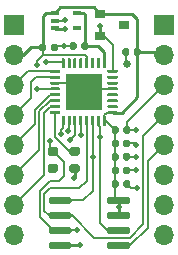
<source format=gbr>
%TF.GenerationSoftware,KiCad,Pcbnew,(5.1.6)-1*%
%TF.CreationDate,2020-10-19T07:42:52-05:00*%
%TF.ProjectId,ice30lp384_dev_board,69636533-306c-4703-9338-345f6465765f,rev?*%
%TF.SameCoordinates,Original*%
%TF.FileFunction,Copper,L1,Top*%
%TF.FilePolarity,Positive*%
%FSLAX46Y46*%
G04 Gerber Fmt 4.6, Leading zero omitted, Abs format (unit mm)*
G04 Created by KiCad (PCBNEW (5.1.6)-1) date 2020-10-19 07:42:52*
%MOMM*%
%LPD*%
G01*
G04 APERTURE LIST*
%TA.AperFunction,SMDPad,CuDef*%
%ADD10R,3.100000X3.100000*%
%TD*%
%TA.AperFunction,SMDPad,CuDef*%
%ADD11R,0.650000X0.400000*%
%TD*%
%TA.AperFunction,ComponentPad*%
%ADD12O,1.700000X1.700000*%
%TD*%
%TA.AperFunction,ComponentPad*%
%ADD13R,1.700000X1.700000*%
%TD*%
%TA.AperFunction,SMDPad,CuDef*%
%ADD14R,0.900000X0.800000*%
%TD*%
%TA.AperFunction,ViaPad*%
%ADD15C,0.508000*%
%TD*%
%TA.AperFunction,ViaPad*%
%ADD16C,0.635000*%
%TD*%
%TA.AperFunction,Conductor*%
%ADD17C,0.152400*%
%TD*%
%TA.AperFunction,Conductor*%
%ADD18C,0.203200*%
%TD*%
%TA.AperFunction,Conductor*%
%ADD19C,0.254000*%
%TD*%
G04 APERTURE END LIST*
%TO.P,C3,2*%
%TO.N,GND*%
%TA.AperFunction,SMDPad,CuDef*%
G36*
G01*
X115737000Y-50972500D02*
X115737000Y-50627500D01*
G75*
G02*
X115884500Y-50480000I147500J0D01*
G01*
X116179500Y-50480000D01*
G75*
G02*
X116327000Y-50627500I0J-147500D01*
G01*
X116327000Y-50972500D01*
G75*
G02*
X116179500Y-51120000I-147500J0D01*
G01*
X115884500Y-51120000D01*
G75*
G02*
X115737000Y-50972500I0J147500D01*
G01*
G37*
%TD.AperFunction*%
%TO.P,C3,1*%
%TO.N,+3V3*%
%TA.AperFunction,SMDPad,CuDef*%
G36*
G01*
X114767000Y-50972500D02*
X114767000Y-50627500D01*
G75*
G02*
X114914500Y-50480000I147500J0D01*
G01*
X115209500Y-50480000D01*
G75*
G02*
X115357000Y-50627500I0J-147500D01*
G01*
X115357000Y-50972500D01*
G75*
G02*
X115209500Y-51120000I-147500J0D01*
G01*
X114914500Y-51120000D01*
G75*
G02*
X114767000Y-50972500I0J147500D01*
G01*
G37*
%TD.AperFunction*%
%TD*%
%TO.P,C2,2*%
%TO.N,GND*%
%TA.AperFunction,SMDPad,CuDef*%
G36*
G01*
X117943000Y-50500500D02*
X117943000Y-50845500D01*
G75*
G02*
X117795500Y-50993000I-147500J0D01*
G01*
X117500500Y-50993000D01*
G75*
G02*
X117353000Y-50845500I0J147500D01*
G01*
X117353000Y-50500500D01*
G75*
G02*
X117500500Y-50353000I147500J0D01*
G01*
X117795500Y-50353000D01*
G75*
G02*
X117943000Y-50500500I0J-147500D01*
G01*
G37*
%TD.AperFunction*%
%TO.P,C2,1*%
%TO.N,+1V2*%
%TA.AperFunction,SMDPad,CuDef*%
G36*
G01*
X118913000Y-50500500D02*
X118913000Y-50845500D01*
G75*
G02*
X118765500Y-50993000I-147500J0D01*
G01*
X118470500Y-50993000D01*
G75*
G02*
X118323000Y-50845500I0J147500D01*
G01*
X118323000Y-50500500D01*
G75*
G02*
X118470500Y-50353000I147500J0D01*
G01*
X118765500Y-50353000D01*
G75*
G02*
X118913000Y-50500500I0J-147500D01*
G01*
G37*
%TD.AperFunction*%
%TD*%
%TO.P,C1,2*%
%TO.N,GND*%
%TA.AperFunction,SMDPad,CuDef*%
G36*
G01*
X122388000Y-51008500D02*
X122388000Y-51353500D01*
G75*
G02*
X122240500Y-51501000I-147500J0D01*
G01*
X121945500Y-51501000D01*
G75*
G02*
X121798000Y-51353500I0J147500D01*
G01*
X121798000Y-51008500D01*
G75*
G02*
X121945500Y-50861000I147500J0D01*
G01*
X122240500Y-50861000D01*
G75*
G02*
X122388000Y-51008500I0J-147500D01*
G01*
G37*
%TD.AperFunction*%
%TO.P,C1,1*%
%TO.N,+3V3*%
%TA.AperFunction,SMDPad,CuDef*%
G36*
G01*
X123358000Y-51008500D02*
X123358000Y-51353500D01*
G75*
G02*
X123210500Y-51501000I-147500J0D01*
G01*
X122915500Y-51501000D01*
G75*
G02*
X122768000Y-51353500I0J147500D01*
G01*
X122768000Y-51008500D01*
G75*
G02*
X122915500Y-50861000I147500J0D01*
G01*
X123210500Y-50861000D01*
G75*
G02*
X123358000Y-51008500I0J-147500D01*
G01*
G37*
%TD.AperFunction*%
%TD*%
%TO.P,R5,2*%
%TO.N,SCK*%
%TA.AperFunction,SMDPad,CuDef*%
G36*
G01*
X121879000Y-57957500D02*
X121879000Y-57612500D01*
G75*
G02*
X122026500Y-57465000I147500J0D01*
G01*
X122321500Y-57465000D01*
G75*
G02*
X122469000Y-57612500I0J-147500D01*
G01*
X122469000Y-57957500D01*
G75*
G02*
X122321500Y-58105000I-147500J0D01*
G01*
X122026500Y-58105000D01*
G75*
G02*
X121879000Y-57957500I0J147500D01*
G01*
G37*
%TD.AperFunction*%
%TO.P,R5,1*%
%TO.N,+3V3*%
%TA.AperFunction,SMDPad,CuDef*%
G36*
G01*
X120909000Y-57957500D02*
X120909000Y-57612500D01*
G75*
G02*
X121056500Y-57465000I147500J0D01*
G01*
X121351500Y-57465000D01*
G75*
G02*
X121499000Y-57612500I0J-147500D01*
G01*
X121499000Y-57957500D01*
G75*
G02*
X121351500Y-58105000I-147500J0D01*
G01*
X121056500Y-58105000D01*
G75*
G02*
X120909000Y-57957500I0J147500D01*
G01*
G37*
%TD.AperFunction*%
%TD*%
%TO.P,R4,2*%
%TO.N,MOSI*%
%TA.AperFunction,SMDPad,CuDef*%
G36*
G01*
X121879000Y-59100500D02*
X121879000Y-58755500D01*
G75*
G02*
X122026500Y-58608000I147500J0D01*
G01*
X122321500Y-58608000D01*
G75*
G02*
X122469000Y-58755500I0J-147500D01*
G01*
X122469000Y-59100500D01*
G75*
G02*
X122321500Y-59248000I-147500J0D01*
G01*
X122026500Y-59248000D01*
G75*
G02*
X121879000Y-59100500I0J147500D01*
G01*
G37*
%TD.AperFunction*%
%TO.P,R4,1*%
%TO.N,+3V3*%
%TA.AperFunction,SMDPad,CuDef*%
G36*
G01*
X120909000Y-59100500D02*
X120909000Y-58755500D01*
G75*
G02*
X121056500Y-58608000I147500J0D01*
G01*
X121351500Y-58608000D01*
G75*
G02*
X121499000Y-58755500I0J-147500D01*
G01*
X121499000Y-59100500D01*
G75*
G02*
X121351500Y-59248000I-147500J0D01*
G01*
X121056500Y-59248000D01*
G75*
G02*
X120909000Y-59100500I0J147500D01*
G01*
G37*
%TD.AperFunction*%
%TD*%
%TO.P,R3,2*%
%TO.N,CS0*%
%TA.AperFunction,SMDPad,CuDef*%
G36*
G01*
X121856000Y-60243500D02*
X121856000Y-59898500D01*
G75*
G02*
X122003500Y-59751000I147500J0D01*
G01*
X122298500Y-59751000D01*
G75*
G02*
X122446000Y-59898500I0J-147500D01*
G01*
X122446000Y-60243500D01*
G75*
G02*
X122298500Y-60391000I-147500J0D01*
G01*
X122003500Y-60391000D01*
G75*
G02*
X121856000Y-60243500I0J147500D01*
G01*
G37*
%TD.AperFunction*%
%TO.P,R3,1*%
%TO.N,+3V3*%
%TA.AperFunction,SMDPad,CuDef*%
G36*
G01*
X120886000Y-60243500D02*
X120886000Y-59898500D01*
G75*
G02*
X121033500Y-59751000I147500J0D01*
G01*
X121328500Y-59751000D01*
G75*
G02*
X121476000Y-59898500I0J-147500D01*
G01*
X121476000Y-60243500D01*
G75*
G02*
X121328500Y-60391000I-147500J0D01*
G01*
X121033500Y-60391000D01*
G75*
G02*
X120886000Y-60243500I0J147500D01*
G01*
G37*
%TD.AperFunction*%
%TD*%
%TO.P,R2,2*%
%TO.N,CDONE*%
%TA.AperFunction,SMDPad,CuDef*%
G36*
G01*
X121879000Y-62529500D02*
X121879000Y-62184500D01*
G75*
G02*
X122026500Y-62037000I147500J0D01*
G01*
X122321500Y-62037000D01*
G75*
G02*
X122469000Y-62184500I0J-147500D01*
G01*
X122469000Y-62529500D01*
G75*
G02*
X122321500Y-62677000I-147500J0D01*
G01*
X122026500Y-62677000D01*
G75*
G02*
X121879000Y-62529500I0J147500D01*
G01*
G37*
%TD.AperFunction*%
%TO.P,R2,1*%
%TO.N,+3V3*%
%TA.AperFunction,SMDPad,CuDef*%
G36*
G01*
X120909000Y-62529500D02*
X120909000Y-62184500D01*
G75*
G02*
X121056500Y-62037000I147500J0D01*
G01*
X121351500Y-62037000D01*
G75*
G02*
X121499000Y-62184500I0J-147500D01*
G01*
X121499000Y-62529500D01*
G75*
G02*
X121351500Y-62677000I-147500J0D01*
G01*
X121056500Y-62677000D01*
G75*
G02*
X120909000Y-62529500I0J147500D01*
G01*
G37*
%TD.AperFunction*%
%TD*%
%TO.P,R1,2*%
%TO.N,CRESET*%
%TA.AperFunction,SMDPad,CuDef*%
G36*
G01*
X121879000Y-61386500D02*
X121879000Y-61041500D01*
G75*
G02*
X122026500Y-60894000I147500J0D01*
G01*
X122321500Y-60894000D01*
G75*
G02*
X122469000Y-61041500I0J-147500D01*
G01*
X122469000Y-61386500D01*
G75*
G02*
X122321500Y-61534000I-147500J0D01*
G01*
X122026500Y-61534000D01*
G75*
G02*
X121879000Y-61386500I0J147500D01*
G01*
G37*
%TD.AperFunction*%
%TO.P,R1,1*%
%TO.N,+3V3*%
%TA.AperFunction,SMDPad,CuDef*%
G36*
G01*
X120909000Y-61386500D02*
X120909000Y-61041500D01*
G75*
G02*
X121056500Y-60894000I147500J0D01*
G01*
X121351500Y-60894000D01*
G75*
G02*
X121499000Y-61041500I0J-147500D01*
G01*
X121499000Y-61386500D01*
G75*
G02*
X121351500Y-61534000I-147500J0D01*
G01*
X121056500Y-61534000D01*
G75*
G02*
X120909000Y-61386500I0J147500D01*
G01*
G37*
%TD.AperFunction*%
%TD*%
%TO.P,U4,8*%
%TO.N,+3V3*%
%TA.AperFunction,SMDPad,CuDef*%
G36*
G01*
X120499000Y-63904000D02*
X120499000Y-63604000D01*
G75*
G02*
X120649000Y-63454000I150000J0D01*
G01*
X122299000Y-63454000D01*
G75*
G02*
X122449000Y-63604000I0J-150000D01*
G01*
X122449000Y-63904000D01*
G75*
G02*
X122299000Y-64054000I-150000J0D01*
G01*
X120649000Y-64054000D01*
G75*
G02*
X120499000Y-63904000I0J150000D01*
G01*
G37*
%TD.AperFunction*%
%TO.P,U4,7*%
%TA.AperFunction,SMDPad,CuDef*%
G36*
G01*
X120499000Y-65174000D02*
X120499000Y-64874000D01*
G75*
G02*
X120649000Y-64724000I150000J0D01*
G01*
X122299000Y-64724000D01*
G75*
G02*
X122449000Y-64874000I0J-150000D01*
G01*
X122449000Y-65174000D01*
G75*
G02*
X122299000Y-65324000I-150000J0D01*
G01*
X120649000Y-65324000D01*
G75*
G02*
X120499000Y-65174000I0J150000D01*
G01*
G37*
%TD.AperFunction*%
%TO.P,U4,6*%
%TO.N,SCK*%
%TA.AperFunction,SMDPad,CuDef*%
G36*
G01*
X120499000Y-66444000D02*
X120499000Y-66144000D01*
G75*
G02*
X120649000Y-65994000I150000J0D01*
G01*
X122299000Y-65994000D01*
G75*
G02*
X122449000Y-66144000I0J-150000D01*
G01*
X122449000Y-66444000D01*
G75*
G02*
X122299000Y-66594000I-150000J0D01*
G01*
X120649000Y-66594000D01*
G75*
G02*
X120499000Y-66444000I0J150000D01*
G01*
G37*
%TD.AperFunction*%
%TO.P,U4,5*%
%TO.N,MOSI*%
%TA.AperFunction,SMDPad,CuDef*%
G36*
G01*
X120499000Y-67714000D02*
X120499000Y-67414000D01*
G75*
G02*
X120649000Y-67264000I150000J0D01*
G01*
X122299000Y-67264000D01*
G75*
G02*
X122449000Y-67414000I0J-150000D01*
G01*
X122449000Y-67714000D01*
G75*
G02*
X122299000Y-67864000I-150000J0D01*
G01*
X120649000Y-67864000D01*
G75*
G02*
X120499000Y-67714000I0J150000D01*
G01*
G37*
%TD.AperFunction*%
%TO.P,U4,4*%
%TO.N,GND*%
%TA.AperFunction,SMDPad,CuDef*%
G36*
G01*
X115549000Y-67714000D02*
X115549000Y-67414000D01*
G75*
G02*
X115699000Y-67264000I150000J0D01*
G01*
X117349000Y-67264000D01*
G75*
G02*
X117499000Y-67414000I0J-150000D01*
G01*
X117499000Y-67714000D01*
G75*
G02*
X117349000Y-67864000I-150000J0D01*
G01*
X115699000Y-67864000D01*
G75*
G02*
X115549000Y-67714000I0J150000D01*
G01*
G37*
%TD.AperFunction*%
%TO.P,U4,3*%
%TO.N,+3V3*%
%TA.AperFunction,SMDPad,CuDef*%
G36*
G01*
X115549000Y-66444000D02*
X115549000Y-66144000D01*
G75*
G02*
X115699000Y-65994000I150000J0D01*
G01*
X117349000Y-65994000D01*
G75*
G02*
X117499000Y-66144000I0J-150000D01*
G01*
X117499000Y-66444000D01*
G75*
G02*
X117349000Y-66594000I-150000J0D01*
G01*
X115699000Y-66594000D01*
G75*
G02*
X115549000Y-66444000I0J150000D01*
G01*
G37*
%TD.AperFunction*%
%TO.P,U4,2*%
%TO.N,MISO*%
%TA.AperFunction,SMDPad,CuDef*%
G36*
G01*
X115549000Y-65174000D02*
X115549000Y-64874000D01*
G75*
G02*
X115699000Y-64724000I150000J0D01*
G01*
X117349000Y-64724000D01*
G75*
G02*
X117499000Y-64874000I0J-150000D01*
G01*
X117499000Y-65174000D01*
G75*
G02*
X117349000Y-65324000I-150000J0D01*
G01*
X115699000Y-65324000D01*
G75*
G02*
X115549000Y-65174000I0J150000D01*
G01*
G37*
%TD.AperFunction*%
%TO.P,U4,1*%
%TO.N,CS0*%
%TA.AperFunction,SMDPad,CuDef*%
G36*
G01*
X115549000Y-63904000D02*
X115549000Y-63604000D01*
G75*
G02*
X115699000Y-63454000I150000J0D01*
G01*
X117349000Y-63454000D01*
G75*
G02*
X117499000Y-63604000I0J-150000D01*
G01*
X117499000Y-63904000D01*
G75*
G02*
X117349000Y-64054000I-150000J0D01*
G01*
X115699000Y-64054000D01*
G75*
G02*
X115549000Y-63904000I0J150000D01*
G01*
G37*
%TD.AperFunction*%
%TD*%
D10*
%TO.P,U3,33*%
%TO.N,GND*%
X118534000Y-54570000D03*
%TO.P,U3,32*%
%TO.N,Net-(J1-Pad8)*%
%TA.AperFunction,SMDPad,CuDef*%
G36*
G01*
X116659000Y-52507500D02*
X116659000Y-51757500D01*
G75*
G02*
X116721500Y-51695000I62500J0D01*
G01*
X116846500Y-51695000D01*
G75*
G02*
X116909000Y-51757500I0J-62500D01*
G01*
X116909000Y-52507500D01*
G75*
G02*
X116846500Y-52570000I-62500J0D01*
G01*
X116721500Y-52570000D01*
G75*
G02*
X116659000Y-52507500I0J62500D01*
G01*
G37*
%TD.AperFunction*%
%TO.P,U3,31*%
%TO.N,N/C*%
%TA.AperFunction,SMDPad,CuDef*%
G36*
G01*
X117159000Y-52507500D02*
X117159000Y-51757500D01*
G75*
G02*
X117221500Y-51695000I62500J0D01*
G01*
X117346500Y-51695000D01*
G75*
G02*
X117409000Y-51757500I0J-62500D01*
G01*
X117409000Y-52507500D01*
G75*
G02*
X117346500Y-52570000I-62500J0D01*
G01*
X117221500Y-52570000D01*
G75*
G02*
X117159000Y-52507500I0J62500D01*
G01*
G37*
%TD.AperFunction*%
%TO.P,U3,30*%
%TA.AperFunction,SMDPad,CuDef*%
G36*
G01*
X117659000Y-52507500D02*
X117659000Y-51757500D01*
G75*
G02*
X117721500Y-51695000I62500J0D01*
G01*
X117846500Y-51695000D01*
G75*
G02*
X117909000Y-51757500I0J-62500D01*
G01*
X117909000Y-52507500D01*
G75*
G02*
X117846500Y-52570000I-62500J0D01*
G01*
X117721500Y-52570000D01*
G75*
G02*
X117659000Y-52507500I0J62500D01*
G01*
G37*
%TD.AperFunction*%
%TO.P,U3,29*%
%TA.AperFunction,SMDPad,CuDef*%
G36*
G01*
X118159000Y-52507500D02*
X118159000Y-51757500D01*
G75*
G02*
X118221500Y-51695000I62500J0D01*
G01*
X118346500Y-51695000D01*
G75*
G02*
X118409000Y-51757500I0J-62500D01*
G01*
X118409000Y-52507500D01*
G75*
G02*
X118346500Y-52570000I-62500J0D01*
G01*
X118221500Y-52570000D01*
G75*
G02*
X118159000Y-52507500I0J62500D01*
G01*
G37*
%TD.AperFunction*%
%TO.P,U3,28*%
%TO.N,+3V3*%
%TA.AperFunction,SMDPad,CuDef*%
G36*
G01*
X118659000Y-52507500D02*
X118659000Y-51757500D01*
G75*
G02*
X118721500Y-51695000I62500J0D01*
G01*
X118846500Y-51695000D01*
G75*
G02*
X118909000Y-51757500I0J-62500D01*
G01*
X118909000Y-52507500D01*
G75*
G02*
X118846500Y-52570000I-62500J0D01*
G01*
X118721500Y-52570000D01*
G75*
G02*
X118659000Y-52507500I0J62500D01*
G01*
G37*
%TD.AperFunction*%
%TO.P,U3,27*%
%TO.N,N/C*%
%TA.AperFunction,SMDPad,CuDef*%
G36*
G01*
X119159000Y-52507500D02*
X119159000Y-51757500D01*
G75*
G02*
X119221500Y-51695000I62500J0D01*
G01*
X119346500Y-51695000D01*
G75*
G02*
X119409000Y-51757500I0J-62500D01*
G01*
X119409000Y-52507500D01*
G75*
G02*
X119346500Y-52570000I-62500J0D01*
G01*
X119221500Y-52570000D01*
G75*
G02*
X119159000Y-52507500I0J62500D01*
G01*
G37*
%TD.AperFunction*%
%TO.P,U3,26*%
%TA.AperFunction,SMDPad,CuDef*%
G36*
G01*
X119659000Y-52507500D02*
X119659000Y-51757500D01*
G75*
G02*
X119721500Y-51695000I62500J0D01*
G01*
X119846500Y-51695000D01*
G75*
G02*
X119909000Y-51757500I0J-62500D01*
G01*
X119909000Y-52507500D01*
G75*
G02*
X119846500Y-52570000I-62500J0D01*
G01*
X119721500Y-52570000D01*
G75*
G02*
X119659000Y-52507500I0J62500D01*
G01*
G37*
%TD.AperFunction*%
%TO.P,U3,25*%
%TO.N,+1V2*%
%TA.AperFunction,SMDPad,CuDef*%
G36*
G01*
X120159000Y-52507500D02*
X120159000Y-51757500D01*
G75*
G02*
X120221500Y-51695000I62500J0D01*
G01*
X120346500Y-51695000D01*
G75*
G02*
X120409000Y-51757500I0J-62500D01*
G01*
X120409000Y-52507500D01*
G75*
G02*
X120346500Y-52570000I-62500J0D01*
G01*
X120221500Y-52570000D01*
G75*
G02*
X120159000Y-52507500I0J62500D01*
G01*
G37*
%TD.AperFunction*%
%TO.P,U3,24*%
%TO.N,+2V5*%
%TA.AperFunction,SMDPad,CuDef*%
G36*
G01*
X120534000Y-52882500D02*
X120534000Y-52757500D01*
G75*
G02*
X120596500Y-52695000I62500J0D01*
G01*
X121346500Y-52695000D01*
G75*
G02*
X121409000Y-52757500I0J-62500D01*
G01*
X121409000Y-52882500D01*
G75*
G02*
X121346500Y-52945000I-62500J0D01*
G01*
X120596500Y-52945000D01*
G75*
G02*
X120534000Y-52882500I0J62500D01*
G01*
G37*
%TD.AperFunction*%
%TO.P,U3,23*%
%TO.N,N/C*%
%TA.AperFunction,SMDPad,CuDef*%
G36*
G01*
X120534000Y-53382500D02*
X120534000Y-53257500D01*
G75*
G02*
X120596500Y-53195000I62500J0D01*
G01*
X121346500Y-53195000D01*
G75*
G02*
X121409000Y-53257500I0J-62500D01*
G01*
X121409000Y-53382500D01*
G75*
G02*
X121346500Y-53445000I-62500J0D01*
G01*
X120596500Y-53445000D01*
G75*
G02*
X120534000Y-53382500I0J62500D01*
G01*
G37*
%TD.AperFunction*%
%TO.P,U3,22*%
%TA.AperFunction,SMDPad,CuDef*%
G36*
G01*
X120534000Y-53882500D02*
X120534000Y-53757500D01*
G75*
G02*
X120596500Y-53695000I62500J0D01*
G01*
X121346500Y-53695000D01*
G75*
G02*
X121409000Y-53757500I0J-62500D01*
G01*
X121409000Y-53882500D01*
G75*
G02*
X121346500Y-53945000I-62500J0D01*
G01*
X120596500Y-53945000D01*
G75*
G02*
X120534000Y-53882500I0J62500D01*
G01*
G37*
%TD.AperFunction*%
%TO.P,U3,21*%
%TO.N,GND*%
%TA.AperFunction,SMDPad,CuDef*%
G36*
G01*
X120534000Y-54382500D02*
X120534000Y-54257500D01*
G75*
G02*
X120596500Y-54195000I62500J0D01*
G01*
X121346500Y-54195000D01*
G75*
G02*
X121409000Y-54257500I0J-62500D01*
G01*
X121409000Y-54382500D01*
G75*
G02*
X121346500Y-54445000I-62500J0D01*
G01*
X120596500Y-54445000D01*
G75*
G02*
X120534000Y-54382500I0J62500D01*
G01*
G37*
%TD.AperFunction*%
%TO.P,U3,20*%
%TO.N,N/C*%
%TA.AperFunction,SMDPad,CuDef*%
G36*
G01*
X120534000Y-54882500D02*
X120534000Y-54757500D01*
G75*
G02*
X120596500Y-54695000I62500J0D01*
G01*
X121346500Y-54695000D01*
G75*
G02*
X121409000Y-54757500I0J-62500D01*
G01*
X121409000Y-54882500D01*
G75*
G02*
X121346500Y-54945000I-62500J0D01*
G01*
X120596500Y-54945000D01*
G75*
G02*
X120534000Y-54882500I0J62500D01*
G01*
G37*
%TD.AperFunction*%
%TO.P,U3,19*%
%TA.AperFunction,SMDPad,CuDef*%
G36*
G01*
X120534000Y-55382500D02*
X120534000Y-55257500D01*
G75*
G02*
X120596500Y-55195000I62500J0D01*
G01*
X121346500Y-55195000D01*
G75*
G02*
X121409000Y-55257500I0J-62500D01*
G01*
X121409000Y-55382500D01*
G75*
G02*
X121346500Y-55445000I-62500J0D01*
G01*
X120596500Y-55445000D01*
G75*
G02*
X120534000Y-55382500I0J62500D01*
G01*
G37*
%TD.AperFunction*%
%TO.P,U3,18*%
%TA.AperFunction,SMDPad,CuDef*%
G36*
G01*
X120534000Y-55882500D02*
X120534000Y-55757500D01*
G75*
G02*
X120596500Y-55695000I62500J0D01*
G01*
X121346500Y-55695000D01*
G75*
G02*
X121409000Y-55757500I0J-62500D01*
G01*
X121409000Y-55882500D01*
G75*
G02*
X121346500Y-55945000I-62500J0D01*
G01*
X120596500Y-55945000D01*
G75*
G02*
X120534000Y-55882500I0J62500D01*
G01*
G37*
%TD.AperFunction*%
%TO.P,U3,17*%
%TO.N,+3V3*%
%TA.AperFunction,SMDPad,CuDef*%
G36*
G01*
X120534000Y-56382500D02*
X120534000Y-56257500D01*
G75*
G02*
X120596500Y-56195000I62500J0D01*
G01*
X121346500Y-56195000D01*
G75*
G02*
X121409000Y-56257500I0J-62500D01*
G01*
X121409000Y-56382500D01*
G75*
G02*
X121346500Y-56445000I-62500J0D01*
G01*
X120596500Y-56445000D01*
G75*
G02*
X120534000Y-56382500I0J62500D01*
G01*
G37*
%TD.AperFunction*%
%TO.P,U3,16*%
%TA.AperFunction,SMDPad,CuDef*%
G36*
G01*
X120159000Y-57382500D02*
X120159000Y-56632500D01*
G75*
G02*
X120221500Y-56570000I62500J0D01*
G01*
X120346500Y-56570000D01*
G75*
G02*
X120409000Y-56632500I0J-62500D01*
G01*
X120409000Y-57382500D01*
G75*
G02*
X120346500Y-57445000I-62500J0D01*
G01*
X120221500Y-57445000D01*
G75*
G02*
X120159000Y-57382500I0J62500D01*
G01*
G37*
%TD.AperFunction*%
%TO.P,U3,15*%
%TO.N,SCK*%
%TA.AperFunction,SMDPad,CuDef*%
G36*
G01*
X119659000Y-57382500D02*
X119659000Y-56632500D01*
G75*
G02*
X119721500Y-56570000I62500J0D01*
G01*
X119846500Y-56570000D01*
G75*
G02*
X119909000Y-56632500I0J-62500D01*
G01*
X119909000Y-57382500D01*
G75*
G02*
X119846500Y-57445000I-62500J0D01*
G01*
X119721500Y-57445000D01*
G75*
G02*
X119659000Y-57382500I0J62500D01*
G01*
G37*
%TD.AperFunction*%
%TO.P,U3,14*%
%TO.N,CS0*%
%TA.AperFunction,SMDPad,CuDef*%
G36*
G01*
X119159000Y-57382500D02*
X119159000Y-56632500D01*
G75*
G02*
X119221500Y-56570000I62500J0D01*
G01*
X119346500Y-56570000D01*
G75*
G02*
X119409000Y-56632500I0J-62500D01*
G01*
X119409000Y-57382500D01*
G75*
G02*
X119346500Y-57445000I-62500J0D01*
G01*
X119221500Y-57445000D01*
G75*
G02*
X119159000Y-57382500I0J62500D01*
G01*
G37*
%TD.AperFunction*%
%TO.P,U3,13*%
%TO.N,MISO*%
%TA.AperFunction,SMDPad,CuDef*%
G36*
G01*
X118659000Y-57382500D02*
X118659000Y-56632500D01*
G75*
G02*
X118721500Y-56570000I62500J0D01*
G01*
X118846500Y-56570000D01*
G75*
G02*
X118909000Y-56632500I0J-62500D01*
G01*
X118909000Y-57382500D01*
G75*
G02*
X118846500Y-57445000I-62500J0D01*
G01*
X118721500Y-57445000D01*
G75*
G02*
X118659000Y-57382500I0J62500D01*
G01*
G37*
%TD.AperFunction*%
%TO.P,U3,12*%
%TO.N,MOSI*%
%TA.AperFunction,SMDPad,CuDef*%
G36*
G01*
X118159000Y-57382500D02*
X118159000Y-56632500D01*
G75*
G02*
X118221500Y-56570000I62500J0D01*
G01*
X118346500Y-56570000D01*
G75*
G02*
X118409000Y-56632500I0J-62500D01*
G01*
X118409000Y-57382500D01*
G75*
G02*
X118346500Y-57445000I-62500J0D01*
G01*
X118221500Y-57445000D01*
G75*
G02*
X118159000Y-57382500I0J62500D01*
G01*
G37*
%TD.AperFunction*%
%TO.P,U3,11*%
%TO.N,CDONE*%
%TA.AperFunction,SMDPad,CuDef*%
G36*
G01*
X117659000Y-57382500D02*
X117659000Y-56632500D01*
G75*
G02*
X117721500Y-56570000I62500J0D01*
G01*
X117846500Y-56570000D01*
G75*
G02*
X117909000Y-56632500I0J-62500D01*
G01*
X117909000Y-57382500D01*
G75*
G02*
X117846500Y-57445000I-62500J0D01*
G01*
X117721500Y-57445000D01*
G75*
G02*
X117659000Y-57382500I0J62500D01*
G01*
G37*
%TD.AperFunction*%
%TO.P,U3,10*%
%TO.N,CRESET*%
%TA.AperFunction,SMDPad,CuDef*%
G36*
G01*
X117159000Y-57382500D02*
X117159000Y-56632500D01*
G75*
G02*
X117221500Y-56570000I62500J0D01*
G01*
X117346500Y-56570000D01*
G75*
G02*
X117409000Y-56632500I0J-62500D01*
G01*
X117409000Y-57382500D01*
G75*
G02*
X117346500Y-57445000I-62500J0D01*
G01*
X117221500Y-57445000D01*
G75*
G02*
X117159000Y-57382500I0J62500D01*
G01*
G37*
%TD.AperFunction*%
%TO.P,U3,9*%
%TO.N,+3V3*%
%TA.AperFunction,SMDPad,CuDef*%
G36*
G01*
X116659000Y-57382500D02*
X116659000Y-56632500D01*
G75*
G02*
X116721500Y-56570000I62500J0D01*
G01*
X116846500Y-56570000D01*
G75*
G02*
X116909000Y-56632500I0J-62500D01*
G01*
X116909000Y-57382500D01*
G75*
G02*
X116846500Y-57445000I-62500J0D01*
G01*
X116721500Y-57445000D01*
G75*
G02*
X116659000Y-57382500I0J62500D01*
G01*
G37*
%TD.AperFunction*%
%TO.P,U3,8*%
%TO.N,CLK*%
%TA.AperFunction,SMDPad,CuDef*%
G36*
G01*
X115659000Y-56382500D02*
X115659000Y-56257500D01*
G75*
G02*
X115721500Y-56195000I62500J0D01*
G01*
X116471500Y-56195000D01*
G75*
G02*
X116534000Y-56257500I0J-62500D01*
G01*
X116534000Y-56382500D01*
G75*
G02*
X116471500Y-56445000I-62500J0D01*
G01*
X115721500Y-56445000D01*
G75*
G02*
X115659000Y-56382500I0J62500D01*
G01*
G37*
%TD.AperFunction*%
%TO.P,U3,7*%
%TO.N,Net-(J1-Pad7)*%
%TA.AperFunction,SMDPad,CuDef*%
G36*
G01*
X115659000Y-55882500D02*
X115659000Y-55757500D01*
G75*
G02*
X115721500Y-55695000I62500J0D01*
G01*
X116471500Y-55695000D01*
G75*
G02*
X116534000Y-55757500I0J-62500D01*
G01*
X116534000Y-55882500D01*
G75*
G02*
X116471500Y-55945000I-62500J0D01*
G01*
X115721500Y-55945000D01*
G75*
G02*
X115659000Y-55882500I0J62500D01*
G01*
G37*
%TD.AperFunction*%
%TO.P,U3,6*%
%TO.N,Net-(J1-Pad6)*%
%TA.AperFunction,SMDPad,CuDef*%
G36*
G01*
X115659000Y-55382500D02*
X115659000Y-55257500D01*
G75*
G02*
X115721500Y-55195000I62500J0D01*
G01*
X116471500Y-55195000D01*
G75*
G02*
X116534000Y-55257500I0J-62500D01*
G01*
X116534000Y-55382500D01*
G75*
G02*
X116471500Y-55445000I-62500J0D01*
G01*
X115721500Y-55445000D01*
G75*
G02*
X115659000Y-55382500I0J62500D01*
G01*
G37*
%TD.AperFunction*%
%TO.P,U3,5*%
%TO.N,Net-(J1-Pad5)*%
%TA.AperFunction,SMDPad,CuDef*%
G36*
G01*
X115659000Y-54882500D02*
X115659000Y-54757500D01*
G75*
G02*
X115721500Y-54695000I62500J0D01*
G01*
X116471500Y-54695000D01*
G75*
G02*
X116534000Y-54757500I0J-62500D01*
G01*
X116534000Y-54882500D01*
G75*
G02*
X116471500Y-54945000I-62500J0D01*
G01*
X115721500Y-54945000D01*
G75*
G02*
X115659000Y-54882500I0J62500D01*
G01*
G37*
%TD.AperFunction*%
%TO.P,U3,4*%
%TO.N,+3V3*%
%TA.AperFunction,SMDPad,CuDef*%
G36*
G01*
X115659000Y-54382500D02*
X115659000Y-54257500D01*
G75*
G02*
X115721500Y-54195000I62500J0D01*
G01*
X116471500Y-54195000D01*
G75*
G02*
X116534000Y-54257500I0J-62500D01*
G01*
X116534000Y-54382500D01*
G75*
G02*
X116471500Y-54445000I-62500J0D01*
G01*
X115721500Y-54445000D01*
G75*
G02*
X115659000Y-54382500I0J62500D01*
G01*
G37*
%TD.AperFunction*%
%TO.P,U3,3*%
%TO.N,GND*%
%TA.AperFunction,SMDPad,CuDef*%
G36*
G01*
X115659000Y-53882500D02*
X115659000Y-53757500D01*
G75*
G02*
X115721500Y-53695000I62500J0D01*
G01*
X116471500Y-53695000D01*
G75*
G02*
X116534000Y-53757500I0J-62500D01*
G01*
X116534000Y-53882500D01*
G75*
G02*
X116471500Y-53945000I-62500J0D01*
G01*
X115721500Y-53945000D01*
G75*
G02*
X115659000Y-53882500I0J62500D01*
G01*
G37*
%TD.AperFunction*%
%TO.P,U3,2*%
%TO.N,Net-(J1-Pad4)*%
%TA.AperFunction,SMDPad,CuDef*%
G36*
G01*
X115659000Y-53382500D02*
X115659000Y-53257500D01*
G75*
G02*
X115721500Y-53195000I62500J0D01*
G01*
X116471500Y-53195000D01*
G75*
G02*
X116534000Y-53257500I0J-62500D01*
G01*
X116534000Y-53382500D01*
G75*
G02*
X116471500Y-53445000I-62500J0D01*
G01*
X115721500Y-53445000D01*
G75*
G02*
X115659000Y-53382500I0J62500D01*
G01*
G37*
%TD.AperFunction*%
%TO.P,U3,1*%
%TO.N,Net-(J1-Pad3)*%
%TA.AperFunction,SMDPad,CuDef*%
G36*
G01*
X115659000Y-52882500D02*
X115659000Y-52757500D01*
G75*
G02*
X115721500Y-52695000I62500J0D01*
G01*
X116471500Y-52695000D01*
G75*
G02*
X116534000Y-52757500I0J-62500D01*
G01*
X116534000Y-52882500D01*
G75*
G02*
X116471500Y-52945000I-62500J0D01*
G01*
X115721500Y-52945000D01*
G75*
G02*
X115659000Y-52882500I0J62500D01*
G01*
G37*
%TD.AperFunction*%
%TD*%
%TO.P,U2,3*%
%TO.N,CLK*%
%TA.AperFunction,SMDPad,CuDef*%
G36*
G01*
X118015000Y-60000000D02*
X117515000Y-60000000D01*
G75*
G02*
X117315000Y-59800000I0J200000D01*
G01*
X117315000Y-59400000D01*
G75*
G02*
X117515000Y-59200000I200000J0D01*
G01*
X118015000Y-59200000D01*
G75*
G02*
X118215000Y-59400000I0J-200000D01*
G01*
X118215000Y-59800000D01*
G75*
G02*
X118015000Y-60000000I-200000J0D01*
G01*
G37*
%TD.AperFunction*%
%TO.P,U2,2*%
%TO.N,GND*%
%TA.AperFunction,SMDPad,CuDef*%
G36*
G01*
X118015000Y-61450000D02*
X117515000Y-61450000D01*
G75*
G02*
X117315000Y-61250000I0J200000D01*
G01*
X117315000Y-60850000D01*
G75*
G02*
X117515000Y-60650000I200000J0D01*
G01*
X118015000Y-60650000D01*
G75*
G02*
X118215000Y-60850000I0J-200000D01*
G01*
X118215000Y-61250000D01*
G75*
G02*
X118015000Y-61450000I-200000J0D01*
G01*
G37*
%TD.AperFunction*%
%TO.P,U2,4*%
%TO.N,+3V3*%
%TA.AperFunction,SMDPad,CuDef*%
G36*
G01*
X116165000Y-60000000D02*
X115665000Y-60000000D01*
G75*
G02*
X115465000Y-59800000I0J200000D01*
G01*
X115465000Y-59400000D01*
G75*
G02*
X115665000Y-59200000I200000J0D01*
G01*
X116165000Y-59200000D01*
G75*
G02*
X116365000Y-59400000I0J-200000D01*
G01*
X116365000Y-59800000D01*
G75*
G02*
X116165000Y-60000000I-200000J0D01*
G01*
G37*
%TD.AperFunction*%
%TO.P,U2,1*%
%TO.N,N/C*%
%TA.AperFunction,SMDPad,CuDef*%
G36*
G01*
X116165000Y-61450000D02*
X115665000Y-61450000D01*
G75*
G02*
X115465000Y-61250000I0J200000D01*
G01*
X115465000Y-60850000D01*
G75*
G02*
X115665000Y-60650000I200000J0D01*
G01*
X116165000Y-60650000D01*
G75*
G02*
X116365000Y-60850000I0J-200000D01*
G01*
X116365000Y-61250000D01*
G75*
G02*
X116165000Y-61450000I-200000J0D01*
G01*
G37*
%TD.AperFunction*%
%TD*%
D11*
%TO.P,U1,5*%
%TO.N,+1V2*%
X117983000Y-47879000D03*
%TO.P,U1,4*%
%TO.N,N/C*%
X117983000Y-49179000D03*
%TO.P,U1,2*%
%TO.N,GND*%
X116083000Y-48529000D03*
%TO.P,U1,3*%
%TO.N,+2V5*%
X116083000Y-49179000D03*
%TO.P,U1,1*%
%TO.N,+3V3*%
X116083000Y-47879000D03*
%TD*%
D12*
%TO.P,J2,8*%
%TO.N,CDONE*%
X125349000Y-66675000D03*
%TO.P,J2,7*%
%TO.N,CRESET*%
X125349000Y-64135000D03*
%TO.P,J2,6*%
%TO.N,CS0*%
X125349000Y-61595000D03*
%TO.P,J2,5*%
%TO.N,MOSI*%
X125349000Y-59055000D03*
%TO.P,J2,4*%
%TO.N,MISO*%
X125349000Y-56515000D03*
%TO.P,J2,3*%
%TO.N,SCK*%
X125349000Y-53975000D03*
%TO.P,J2,2*%
%TO.N,+3V3*%
X125349000Y-51435000D03*
D13*
%TO.P,J2,1*%
%TO.N,GND*%
X125349000Y-48895000D03*
%TD*%
D12*
%TO.P,J1,8*%
%TO.N,Net-(J1-Pad8)*%
X112649000Y-66675000D03*
%TO.P,J1,7*%
%TO.N,Net-(J1-Pad7)*%
X112649000Y-64135000D03*
%TO.P,J1,6*%
%TO.N,Net-(J1-Pad6)*%
X112649000Y-61595000D03*
%TO.P,J1,5*%
%TO.N,Net-(J1-Pad5)*%
X112649000Y-59055000D03*
%TO.P,J1,4*%
%TO.N,Net-(J1-Pad4)*%
X112649000Y-56515000D03*
%TO.P,J1,3*%
%TO.N,Net-(J1-Pad3)*%
X112649000Y-53975000D03*
%TO.P,J1,2*%
%TO.N,+3V3*%
X112649000Y-51435000D03*
D13*
%TO.P,J1,1*%
%TO.N,GND*%
X112649000Y-48895000D03*
%TD*%
D14*
%TO.P,D1,3*%
%TO.N,N/C*%
X121920000Y-48895000D03*
%TO.P,D1,2*%
%TO.N,+2V5*%
X119920000Y-49845000D03*
%TO.P,D1,1*%
%TO.N,+3V3*%
X119920000Y-47945000D03*
%TD*%
D15*
%TO.N,GND*%
X116840000Y-50673000D03*
X116967000Y-48514000D03*
X118237000Y-67564000D03*
X117729000Y-61849000D03*
D16*
X118534000Y-54570000D03*
X122174000Y-52197000D03*
D15*
%TO.N,+3V3*%
X117983000Y-66294000D03*
X121474000Y-64327000D03*
X116604500Y-58160124D03*
X115663765Y-58694436D03*
X114554000Y-52312000D03*
X114554000Y-54356000D03*
%TO.N,+2V5*%
X119888000Y-49022000D03*
X116967000Y-49276000D03*
%TO.N,Net-(J1-Pad8)*%
X115316000Y-52070000D03*
%TO.N,CDONE*%
X123063000Y-62738000D03*
X117348008Y-58674000D03*
%TO.N,CRESET*%
X122936000Y-61214000D03*
X117221000Y-57912000D03*
%TO.N,CS0*%
X122920747Y-60091326D03*
X119284000Y-60102000D03*
%TO.N,MOSI*%
X122936000Y-59054992D03*
X118275990Y-58202495D03*
%TO.N,SCK*%
X122936000Y-57785000D03*
X119889988Y-58420000D03*
%TD*%
D17*
%TO.N,GND*%
X118784000Y-54320000D02*
X118534000Y-54570000D01*
X120971500Y-54320000D02*
X118784000Y-54320000D01*
X117784000Y-53820000D02*
X118534000Y-54570000D01*
X116096500Y-53820000D02*
X117784000Y-53820000D01*
D18*
X117648000Y-50673000D02*
X116840000Y-50673000D01*
X116083000Y-48529000D02*
X116952000Y-48529000D01*
X116952000Y-48529000D02*
X116967000Y-48514000D01*
D19*
X116524000Y-67564000D02*
X118237000Y-67564000D01*
X117765000Y-61050000D02*
X117765000Y-61813000D01*
X117765000Y-61813000D02*
X117729000Y-61849000D01*
D18*
X116159000Y-50673000D02*
X116032000Y-50800000D01*
X116840000Y-50673000D02*
X116159000Y-50673000D01*
X122093000Y-52116000D02*
X122174000Y-52197000D01*
X122093000Y-51181000D02*
X122093000Y-52116000D01*
%TO.N,+3V3*%
X119920000Y-47945000D02*
X119700000Y-47945000D01*
D17*
X120284000Y-57007500D02*
X120284000Y-56500000D01*
X120464000Y-56320000D02*
X120971500Y-56320000D01*
X120284000Y-56500000D02*
X120464000Y-56320000D01*
D19*
X125349000Y-51435000D02*
X124968000Y-51435000D01*
D17*
X116524000Y-66294000D02*
X117983000Y-66294000D01*
D19*
X121474000Y-63754000D02*
X121474000Y-64327000D01*
X121474000Y-64327000D02*
X121474000Y-65024000D01*
X119920000Y-47945000D02*
X122621000Y-47945000D01*
X123063000Y-48387000D02*
X123063000Y-51181000D01*
X122621000Y-47945000D02*
X123063000Y-48387000D01*
D18*
X115663765Y-59348765D02*
X115915000Y-59600000D01*
X115663765Y-58694436D02*
X115663765Y-59348765D01*
D19*
X121734000Y-56320000D02*
X120971500Y-56320000D01*
X123063000Y-51181000D02*
X123063000Y-54991000D01*
X123063000Y-54991000D02*
X121734000Y-56320000D01*
X125095000Y-51181000D02*
X123063000Y-51181000D01*
X125349000Y-51435000D02*
X125095000Y-51181000D01*
D18*
X116604500Y-58160124D02*
X116604500Y-57776658D01*
X116784000Y-57597158D02*
X116784000Y-57007500D01*
X116604500Y-57776658D02*
X116784000Y-57597158D01*
D19*
X112649000Y-51435000D02*
X113411000Y-51435000D01*
X114046000Y-50800000D02*
X115062000Y-50800000D01*
X113411000Y-51435000D02*
X114046000Y-50800000D01*
D18*
X114590000Y-54320000D02*
X114554000Y-54356000D01*
X116096500Y-54320000D02*
X114590000Y-54320000D01*
D19*
X116083000Y-47879000D02*
X115316000Y-47879000D01*
X115062000Y-48133000D02*
X115062000Y-50800000D01*
X115316000Y-47879000D02*
X115062000Y-48133000D01*
D18*
X114554000Y-51943000D02*
X114554000Y-52312000D01*
X115062000Y-51435000D02*
X114554000Y-51943000D01*
X115062000Y-50800000D02*
X115062000Y-51435000D01*
D19*
X116083000Y-47879000D02*
X116083000Y-47874000D01*
X119374599Y-47399599D02*
X119920000Y-47945000D01*
X116557401Y-47399599D02*
X119374599Y-47399599D01*
X116083000Y-47874000D02*
X116557401Y-47399599D01*
D18*
X118618000Y-51435000D02*
X115062000Y-51435000D01*
X118784000Y-52132500D02*
X118784000Y-51601000D01*
X118784000Y-51601000D02*
X118618000Y-51435000D01*
X120426500Y-57007500D02*
X121204000Y-57785000D01*
X120284000Y-57007500D02*
X120426500Y-57007500D01*
X121204000Y-57785000D02*
X121204000Y-58928000D01*
X121204000Y-60048000D02*
X121181000Y-60071000D01*
X121204000Y-58928000D02*
X121204000Y-60048000D01*
X121181000Y-61191000D02*
X121204000Y-61214000D01*
X121181000Y-60071000D02*
X121181000Y-61191000D01*
X121204000Y-61214000D02*
X121204000Y-62357000D01*
X121204000Y-63484000D02*
X121474000Y-63754000D01*
X121204000Y-62357000D02*
X121204000Y-63484000D01*
X116840000Y-60525000D02*
X115915000Y-59600000D01*
X116840000Y-61722000D02*
X116840000Y-60525000D01*
X116459000Y-62103000D02*
X116840000Y-61722000D01*
X114808000Y-65151000D02*
X114808000Y-62992000D01*
X116524000Y-66294000D02*
X115951000Y-66294000D01*
X115951000Y-66294000D02*
X114808000Y-65151000D01*
X114808000Y-62992000D02*
X115697000Y-62103000D01*
X115697000Y-62103000D02*
X116459000Y-62103000D01*
%TO.N,+1V2*%
X120284000Y-52132500D02*
X120284000Y-51695000D01*
D19*
X117983000Y-47879000D02*
X118491000Y-47879000D01*
X118618000Y-48006000D02*
X118618000Y-50673000D01*
X118491000Y-47879000D02*
X118618000Y-48006000D01*
X118618000Y-50673000D02*
X119761000Y-50673000D01*
X120284000Y-51196000D02*
X120284000Y-52132500D01*
X119761000Y-50673000D02*
X120284000Y-51196000D01*
D17*
%TO.N,+2V5*%
X119920000Y-49845000D02*
X120203000Y-49845000D01*
X120971500Y-50613500D02*
X120971500Y-52820000D01*
X120203000Y-49845000D02*
X120971500Y-50613500D01*
D19*
X119920000Y-49845000D02*
X119920000Y-49054000D01*
X119920000Y-49054000D02*
X119888000Y-49022000D01*
X116180000Y-49276000D02*
X116083000Y-49179000D01*
X116967000Y-49276000D02*
X116180000Y-49276000D01*
D18*
%TO.N,Net-(J1-Pad8)*%
X116721500Y-52070000D02*
X116784000Y-52132500D01*
X115316000Y-52070000D02*
X116721500Y-52070000D01*
%TO.N,Net-(J1-Pad7)*%
X115693098Y-55820000D02*
X115138220Y-56374878D01*
X115138220Y-61645780D02*
X112649000Y-64135000D01*
X115138220Y-56374878D02*
X115138220Y-61645780D01*
X116096500Y-55820000D02*
X115693098Y-55820000D01*
%TO.N,Net-(J1-Pad6)*%
X116096500Y-55320000D02*
X115690188Y-55320000D01*
X114782610Y-56227578D02*
X114782610Y-59461390D01*
X114782610Y-59461390D02*
X112649000Y-61595000D01*
X115690188Y-55320000D02*
X114782610Y-56227578D01*
%TO.N,Net-(J1-Pad5)*%
X112649000Y-58674000D02*
X112649000Y-59055000D01*
X116096500Y-54820000D02*
X115687280Y-54820000D01*
X114427000Y-56080280D02*
X114427000Y-57277000D01*
X115687280Y-54820000D02*
X114427000Y-56080280D01*
X114427000Y-57277000D02*
X112649000Y-59055000D01*
%TO.N,Net-(J1-Pad4)*%
X112649000Y-56388000D02*
X112649000Y-56515000D01*
X116096500Y-53320000D02*
X115717000Y-53320000D01*
X114447000Y-53320000D02*
X116096500Y-53320000D01*
X114046000Y-53721000D02*
X114447000Y-53320000D01*
X112649000Y-56515000D02*
X114046000Y-55118000D01*
X114046000Y-55118000D02*
X114046000Y-53721000D01*
%TO.N,Net-(J1-Pad3)*%
X113804000Y-52820000D02*
X112649000Y-53975000D01*
X116096500Y-52820000D02*
X113804000Y-52820000D01*
D17*
%TO.N,CDONE*%
X122555000Y-62738000D02*
X122174000Y-62357000D01*
X123063000Y-62738000D02*
X122555000Y-62738000D01*
X117784000Y-58238008D02*
X117348008Y-58674000D01*
X117784000Y-57007500D02*
X117784000Y-58238008D01*
%TO.N,CRESET*%
X122174000Y-61214000D02*
X122936000Y-61214000D01*
X117284000Y-57849000D02*
X117221000Y-57912000D01*
X117284000Y-57007500D02*
X117284000Y-57849000D01*
%TO.N,CS0*%
X122900421Y-60071000D02*
X122920747Y-60091326D01*
X122151000Y-60071000D02*
X122900421Y-60071000D01*
D18*
X119284000Y-62961000D02*
X119284000Y-60102000D01*
X118491000Y-63754000D02*
X119284000Y-62961000D01*
X119284000Y-57007500D02*
X119284000Y-60102000D01*
X116524000Y-63754000D02*
X118491000Y-63754000D01*
%TO.N,MOSI*%
X122449000Y-67564000D02*
X121474000Y-67564000D01*
X123952000Y-66061000D02*
X122449000Y-67564000D01*
X125349000Y-59055000D02*
X123952000Y-60452000D01*
X123952000Y-60452000D02*
X123952000Y-66061000D01*
D17*
X122174000Y-58928000D02*
X122809008Y-58928000D01*
X122809008Y-58928000D02*
X122936000Y-59054992D01*
X118284000Y-57007500D02*
X118284000Y-58194485D01*
X118284000Y-58194485D02*
X118275990Y-58202495D01*
D18*
%TO.N,MISO*%
X123571000Y-58293000D02*
X123571000Y-65786000D01*
X117499000Y-65024000D02*
X116524000Y-65024000D01*
X125349000Y-56515000D02*
X123571000Y-58293000D01*
X123571000Y-65786000D02*
X122428000Y-66929000D01*
X119404000Y-66929000D02*
X117499000Y-65024000D01*
X122428000Y-66929000D02*
X119404000Y-66929000D01*
X115189000Y-64664000D02*
X115549000Y-65024000D01*
X118775994Y-62072006D02*
X118110000Y-62738000D01*
X118110000Y-62738000D02*
X115697000Y-62738000D01*
X115697000Y-62738000D02*
X115189000Y-63246000D01*
X118784000Y-57007500D02*
X118784000Y-59977154D01*
X115549000Y-65024000D02*
X116524000Y-65024000D01*
X115189000Y-63246000D02*
X115189000Y-64664000D01*
X118784000Y-59977154D02*
X118775994Y-59985160D01*
X118775994Y-59985160D02*
X118775994Y-62072006D01*
D17*
%TO.N,SCK*%
X122174000Y-57150000D02*
X122174000Y-57785000D01*
X125349000Y-53975000D02*
X122174000Y-57150000D01*
X122174000Y-57785000D02*
X122936000Y-57785000D01*
D18*
X119784000Y-57445000D02*
X119784000Y-57007500D01*
X119888000Y-57549000D02*
X119784000Y-57445000D01*
X119888000Y-65683000D02*
X119888000Y-57549000D01*
X121474000Y-66294000D02*
X120499000Y-66294000D01*
X120499000Y-66294000D02*
X119888000Y-65683000D01*
%TO.N,CLK*%
X117765000Y-59600000D02*
X117268156Y-59600000D01*
X116096500Y-58428344D02*
X116096500Y-56320000D01*
X117268156Y-59600000D02*
X116096500Y-58428344D01*
%TD*%
M02*

</source>
